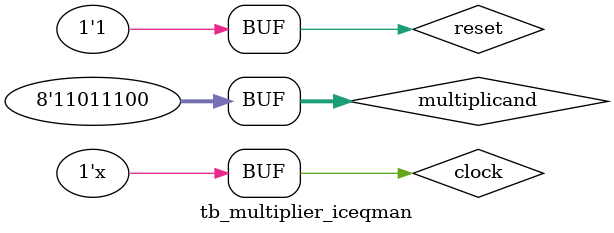
<source format=v>

`timescale 1 ns/1 ns

module tb_multiplier_iceqman();
    reg clock, reset;
    reg [7:0] multiplicand;
    wire [16:0] register;
    wire [15:0] product;

    multiplier_iceqman dut(clock, reset, multiplicand, register, product);

    initial begin
        clock = 1'b1;
        reset = 1'b0;
        multiplicand = 8'd9; // multiplier
        #20;
        reset = 1'b1;
        #20;
        multiplicand = 8'd5; // multiplicand
        #160; // = 16'd45
        multiplicand = 8'd200; // multiplier
        #20;
        multiplicand = 8'd220; // multiplicand
        #160; // = 16'd44000
	end

	// Procedural block modeling 50 MHz Clock
	always begin
		#10 clock = !clock; // 50 MHz frequency = 20 ns period
	end

endmodule
</source>
